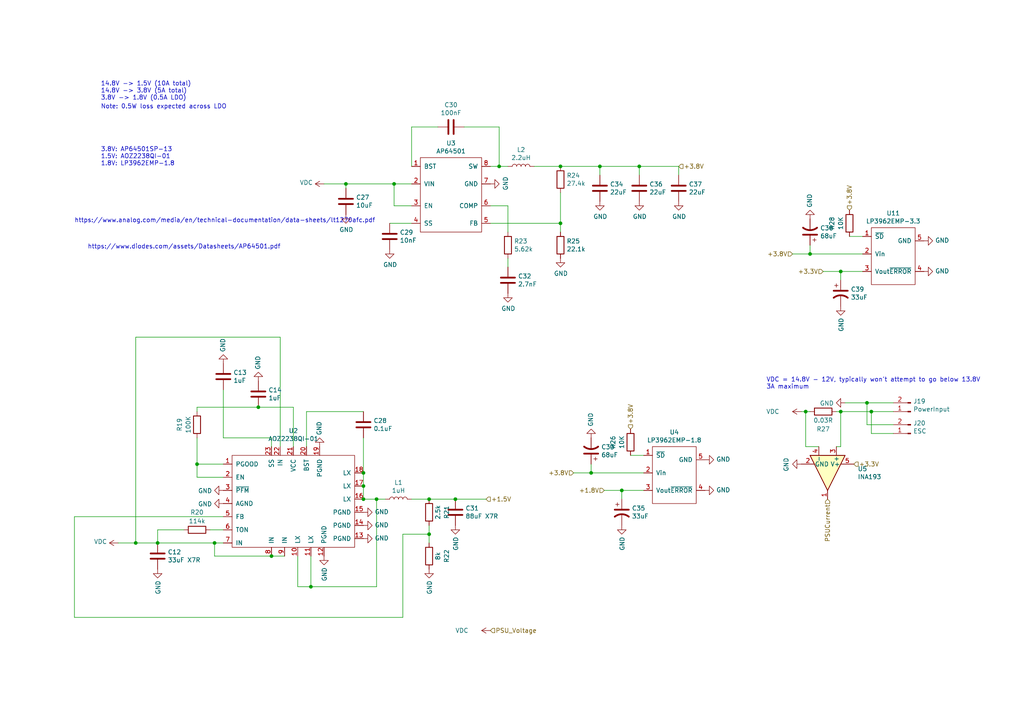
<source format=kicad_sch>
(kicad_sch (version 20230121) (generator eeschema)
  (paper "A4")
  (lib_symbols
    (symbol "Amplifier_Current:INA193" (pin_names (offset 0.127))
      (property "Reference" "U" (at 3.81 3.81 0))
      (property "Value" "INA193" (at 3.81 -3.81 0))
      (symbol "INA193_0_1"
        (polyline (pts (xy 5.08 0) (xy -5.08 5.08) (xy -5.08 -5.08) (xy 5.08 0)) (stroke (width 0.254)) (fill (type background)))
      )
      (symbol "INA193_1_1"
        (pin output line (at 7.62 0 180) (length 2.54) (name "~") (number "1"))
        (pin power_in line (at -2.54 -7.62 90) (length 3.81) (name "GND") (number "2"))
        (pin input line (at -7.62 2.54 0) (length 2.54) (name "+") (number "3"))
        (pin input line (at -7.62 -2.54 0) (length 2.54) (name "-") (number "4"))
        (pin power_in line (at -2.54 7.62 270) (length 3.81) (name "V+") (number "5"))
      )
    )
    (symbol "AttitudeMotorController-rescue:AOZ2238QI-01-aoz2238qi-01" (pin_names (offset 1.016))
      (property "Reference" "U" (at 0 -7.62 0))
      (property "Value" "AOZ2238QI-01-aoz2238qi-01" (at 1.27 0 0))
      (symbol "AOZ2238QI-01-aoz2238qi-01_0_1"
        (rectangle (start -17.78 -12.7) (end 17.78 13.97))
      )
      (symbol "AOZ2238QI-01-aoz2238qi-01_1_1"
        (pin output line (at -20.32 11.43 0) (length 2.54) (name "PGOOD") (number "1"))
        (pin power_out line (at 1.27 -15.24 90) (length 2.54) (name "LX") (number "10"))
        (pin power_out line (at 5.08 -15.24 90) (length 2.54) (name "LX") (number "11"))
        (pin power_in line (at 8.89 -15.24 90) (length 2.54) (name "PGND") (number "12"))
        (pin power_in line (at 20.32 -10.16 180) (length 2.54) (name "PGND") (number "13"))
        (pin power_in line (at 20.32 -6.35 180) (length 2.54) (name "PGND") (number "14"))
        (pin power_in line (at 20.32 -2.54 180) (length 2.54) (name "PGND") (number "15"))
        (pin power_out line (at 20.32 1.27 180) (length 2.54) (name "LX") (number "16"))
        (pin power_out line (at 20.32 5.08 180) (length 2.54) (name "LX") (number "17"))
        (pin power_out line (at 20.32 8.89 180) (length 2.54) (name "LX") (number "18"))
        (pin power_in line (at 7.62 16.51 270) (length 2.54) (name "PGND") (number "19"))
        (pin input line (at -20.32 7.62 0) (length 2.54) (name "EN") (number "2"))
        (pin bidirectional line (at 3.81 16.51 270) (length 2.54) (name "BST") (number "20"))
        (pin power_in line (at 0 16.51 270) (length 2.54) (name "VCC") (number "21"))
        (pin power_in line (at -3.81 16.51 270) (length 2.54) (name "IN") (number "22"))
        (pin input line (at -6.35 16.51 270) (length 2.54) (name "SS") (number "23"))
        (pin input line (at -20.32 3.81 0) (length 2.54) (name "~{PFM}") (number "3"))
        (pin power_out line (at -20.32 0 0) (length 2.54) (name "AGND") (number "4"))
        (pin input line (at -20.32 -3.81 0) (length 2.54) (name "FB") (number "5"))
        (pin input line (at -20.32 -7.62 0) (length 2.54) (name "TON") (number "6"))
        (pin power_in line (at -20.32 -11.43 0) (length 2.54) (name "IN") (number "7"))
        (pin power_in line (at -6.35 -15.24 90) (length 2.54) (name "IN") (number "8"))
        (pin power_in line (at -2.54 -15.24 90) (length 2.54) (name "IN") (number "9"))
      )
    )
    (symbol "AttitudeMotorController-rescue:AP64501-ap64501" (pin_names (offset 1.016))
      (property "Reference" "U" (at 0 -1.27 0))
      (property "Value" "AP64501-ap64501" (at 0 1.27 0))
      (symbol "AP64501-ap64501_0_1"
        (rectangle (start -8.89 -10.16) (end 8.89 11.43))
      )
      (symbol "AP64501-ap64501_1_1"
        (pin input line (at -11.43 8.89 0) (length 2.54) (name "BST") (number "1"))
        (pin power_in line (at -11.43 3.81 0) (length 2.54) (name "VIN") (number "2"))
        (pin input line (at -11.43 -2.54 0) (length 2.54) (name "EN") (number "3"))
        (pin input line (at -11.43 -7.62 0) (length 2.54) (name "SS") (number "4"))
        (pin input line (at 11.43 -7.62 180) (length 2.54) (name "FB") (number "5"))
        (pin input line (at 11.43 -2.54 180) (length 2.54) (name "COMP") (number "6"))
        (pin input line (at 11.43 3.81 180) (length 2.54) (name "GND") (number "7"))
        (pin input line (at 11.43 8.89 180) (length 2.54) (name "SW") (number "8"))
      )
    )
    (symbol "AttitudeMotorController-rescue:LP3962-lp3962" (pin_names (offset 1.016))
      (property "Reference" "U" (at 0 -1.27 0))
      (property "Value" "LP3962-lp3962" (at 0 1.27 0))
      (symbol "LP3962-lp3962_0_1"
        (rectangle (start -6.35 -8.89) (end 6.35 7.62))
      )
      (symbol "LP3962-lp3962_1_1"
        (pin input line (at -8.89 5.08 0) (length 2.54) (name "~{SD}") (number "1"))
        (pin power_in line (at -8.89 0 0) (length 2.54) (name "Vin") (number "2"))
        (pin power_out line (at -8.89 -5.08 0) (length 2.54) (name "Vout") (number "3"))
        (pin input line (at 8.89 -5.08 180) (length 2.54) (name "~{ERROR}") (number "4"))
        (pin power_in line (at 8.89 3.81 180) (length 2.54) (name "GND") (number "5"))
      )
    )
    (symbol "Connector:Conn_01x02_Male" (pin_names (offset 1.016) hide)
      (property "Reference" "J" (at 0 2.54 0))
      (property "Value" "Connector_Conn_01x02_Male" (at 0 -5.08 0))
      (symbol "Conn_01x02_Male_1_1"
        (polyline (pts (xy 1.27 -2.54) (xy 0.8636 -2.54)) (stroke (width 0.1524)))
        (polyline (pts (xy 1.27 0) (xy 0.8636 0)) (stroke (width 0.1524)))
        (rectangle (start 0.8636 -2.413) (end 0 -2.667) (stroke (width 0.1524)) (fill (type outline)))
        (rectangle (start 0.8636 0.127) (end 0 -0.127) (stroke (width 0.1524)) (fill (type outline)))
        (pin passive line (at 5.08 0 180) (length 3.81) (name "Pin_1") (number "1"))
        (pin passive line (at 5.08 -2.54 180) (length 3.81) (name "Pin_2") (number "2"))
      )
    )
    (symbol "Device:C" (pin_numbers hide) (pin_names (offset 0.254))
      (property "Reference" "C" (at 0.635 2.54 0))
      (property "Value" "C" (at 0.635 -2.54 0))
      (symbol "C_0_1"
        (polyline (pts (xy -2.032 -0.762) (xy 2.032 -0.762)) (stroke (width 0.508)))
        (polyline (pts (xy -2.032 0.762) (xy 2.032 0.762)) (stroke (width 0.508)))
      )
      (symbol "C_1_1"
        (pin passive line (at 0 3.81 270) (length 2.794) (name "~") (number "1"))
        (pin passive line (at 0 -3.81 90) (length 2.794) (name "~") (number "2"))
      )
    )
    (symbol "Device:CP1" (pin_numbers hide) (pin_names (offset 0.254) hide)
      (property "Reference" "C" (at 0.635 2.54 0))
      (property "Value" "Device_CP1" (at 0.635 -2.54 0))
      (symbol "CP1_0_1"
        (polyline (pts (xy -2.032 0.762) (xy 2.032 0.762)) (stroke (width 0.508)))
        (polyline (pts (xy -1.778 2.286) (xy -0.762 2.286)))
        (polyline (pts (xy -1.27 1.778) (xy -1.27 2.794)))
        (arc (start 2.032 -1.27) (mid 0 -0.5572) (end -2.032 -1.27) (stroke (width 0.508)))
      )
      (symbol "CP1_1_1"
        (pin passive line (at 0 3.81 270) (length 2.794) (name "~") (number "1"))
        (pin passive line (at 0 -3.81 90) (length 3.302) (name "~") (number "2"))
      )
    )
    (symbol "Device:L" (pin_numbers hide) (pin_names (offset 1.016) hide)
      (property "Reference" "L" (at -1.27 0 90))
      (property "Value" "L" (at 1.905 0 90))
      (symbol "L_0_1"
        (arc (start 0 -2.54) (mid 0.6323 -1.905) (end 0 -1.27))
        (arc (start 0 -1.27) (mid 0.6323 -0.635) (end 0 0))
        (arc (start 0 0) (mid 0.6323 0.635) (end 0 1.27))
        (arc (start 0 1.27) (mid 0.6323 1.905) (end 0 2.54))
      )
      (symbol "L_1_1"
        (pin passive line (at 0 3.81 270) (length 1.27) (name "1") (number "1"))
        (pin passive line (at 0 -3.81 90) (length 1.27) (name "2") (number "2"))
      )
    )
    (symbol "Device:R" (pin_numbers hide) (pin_names (offset 0))
      (property "Reference" "R" (at 2.032 0 90))
      (property "Value" "R" (at 0 0 90))
      (symbol "R_0_1"
        (rectangle (start -1.016 -2.54) (end 1.016 2.54) (stroke (width 0.254)))
      )
      (symbol "R_1_1"
        (pin passive line (at 0 3.81 270) (length 1.27) (name "~") (number "1"))
        (pin passive line (at 0 -3.81 90) (length 1.27) (name "~") (number "2"))
      )
    )
    (symbol "power:GND" (power) (pin_names (offset 0))
      (property "Value" "GND" (at 0 -3.81 0))
      (symbol "GND_0_1"
        (polyline (pts (xy 0 0) (xy 0 -1.27) (xy 1.27 -1.27) (xy 0 -2.54) (xy -1.27 -1.27) (xy 0 -1.27)))
      )
      (symbol "GND_1_1"
        (pin power_in line (at 0 0 270) (length 0) hide (name "GND") (number "1"))
      )
    )
    (symbol "power:VDC" (power) (pin_names (offset 0))
      (property "Value" "VDC" (at 0 6.35 0))
      (symbol "VDC_0_1"
        (polyline (pts (xy -0.762 1.27) (xy 0 2.54)))
        (polyline (pts (xy 0 0) (xy 0 2.54)))
        (polyline (pts (xy 0 2.54) (xy 0.762 1.27)))
      )
      (symbol "VDC_1_1"
        (pin power_in line (at 0 0 90) (length 0) hide (name "VDC") (number "1"))
      )
    )
  )
  (junction (at 78.74 161.29))
  (junction (at 124.46 154.94))
  (junction (at 233.68 119.38))
  (junction (at 62.23 157.48))
  (junction (at 105.41 144.78))
  (junction (at 162.56 64.77))
  (junction (at 39.37 157.48))
  (junction (at 90.17 170.18))
  (junction (at 105.41 140.97))
  (junction (at 132.08 144.78))
  (junction (at 109.22 144.78))
  (junction (at 124.46 144.78))
  (junction (at 114.3 53.34))
  (junction (at 180.34 142.24))
  (junction (at 243.84 119.38))
  (junction (at 74.93 118.11))
  (junction (at 105.41 137.16))
  (junction (at 45.72 157.48))
  (junction (at 57.15 134.62))
  (junction (at 171.45 137.16))
  (junction (at 252.73 119.38))
  (junction (at 185.42 48.26))
  (junction (at 173.99 48.26))
  (junction (at 162.56 48.26))
  (junction (at 100.33 53.34))
  (junction (at 144.78 48.26))
  (junction (at 251.46 116.84))
  (junction (at 243.84 78.74))
  (junction (at 234.95 73.66))
  (wire (pts (xy 34.29 157.48) (xy 39.37 157.48)))
  (wire (pts (xy 114.3 59.69) (xy 114.3 53.34)))
  (wire (pts (xy 85.09 118.11) (xy 74.93 118.11)))
  (wire (pts (xy 147.32 67.31) (xy 147.32 59.69)))
  (wire (pts (xy 109.22 144.78) (xy 111.76 144.78)))
  (wire (pts (xy 166.37 137.16) (xy 171.45 137.16)))
  (wire (pts (xy 105.41 127) (xy 105.41 137.16)))
  (wire (pts (xy 105.41 140.97) (xy 105.41 144.78)))
  (wire (pts (xy 144.78 48.26) (xy 147.32 48.26)))
  (wire (pts (xy 74.93 118.11) (xy 57.15 118.11)))
  (wire (pts (xy 57.15 127) (xy 57.15 134.62)))
  (wire (pts (xy 39.37 157.48) (xy 45.72 157.48)))
  (wire (pts (xy 238.76 78.74) (xy 243.84 78.74)))
  (wire (pts (xy 57.15 138.43) (xy 57.15 134.62)))
  (wire (pts (xy 243.84 119.38) (xy 252.73 119.38)))
  (wire (pts (xy 90.17 161.29) (xy 90.17 170.18)))
  (wire (pts (xy 196.85 48.26) (xy 196.85 50.8)))
  (wire (pts (xy 114.3 53.34) (xy 100.33 53.34)))
  (wire (pts (xy 88.9 129.54) (xy 88.9 119.38)))
  (wire (pts (xy 162.56 64.77) (xy 162.56 55.88)))
  (wire (pts (xy 64.77 138.43) (xy 57.15 138.43)))
  (wire (pts (xy 93.98 53.34) (xy 100.33 53.34)))
  (wire (pts (xy 88.9 119.38) (xy 105.41 119.38)))
  (wire (pts (xy 154.94 48.26) (xy 162.56 48.26)))
  (wire (pts (xy 185.42 48.26) (xy 185.42 50.8)))
  (wire (pts (xy 119.38 53.34) (xy 114.3 53.34)))
  (wire (pts (xy 185.42 48.26) (xy 196.85 48.26)))
  (wire (pts (xy 147.32 74.93) (xy 147.32 77.47)))
  (wire (pts (xy 64.77 127) (xy 64.77 113.03)))
  (wire (pts (xy 53.34 153.67) (xy 45.72 153.67)))
  (wire (pts (xy 234.95 73.66) (xy 250.19 73.66)))
  (wire (pts (xy 119.38 59.69) (xy 114.3 59.69)))
  (wire (pts (xy 173.99 48.26) (xy 173.99 50.8)))
  (wire (pts (xy 45.72 153.67) (xy 45.72 157.48)))
  (wire (pts (xy 144.78 36.83) (xy 144.78 48.26)))
  (wire (pts (xy 171.45 137.16) (xy 186.69 137.16)))
  (wire (pts (xy 132.08 144.78) (xy 124.46 144.78)))
  (wire (pts (xy 232.41 119.38) (xy 233.68 119.38)))
  (wire (pts (xy 105.41 137.16) (xy 105.41 140.97)))
  (wire (pts (xy 243.84 78.74) (xy 250.19 78.74)))
  (wire (pts (xy 251.46 123.19) (xy 251.46 116.84)))
  (wire (pts (xy 233.68 119.38) (xy 233.68 129.54)))
  (wire (pts (xy 180.34 144.78) (xy 180.34 142.24)))
  (wire (pts (xy 105.41 144.78) (xy 109.22 144.78)))
  (wire (pts (xy 243.84 129.54) (xy 242.57 129.54)))
  (wire (pts (xy 252.73 125.73) (xy 252.73 119.38)))
  (wire (pts (xy 21.59 149.86) (xy 64.77 149.86)))
  (wire (pts (xy 78.74 161.29) (xy 62.23 161.29)))
  (wire (pts (xy 243.84 119.38) (xy 242.57 119.38)))
  (wire (pts (xy 86.36 170.18) (xy 90.17 170.18)))
  (wire (pts (xy 21.59 179.07) (xy 21.59 149.86)))
  (wire (pts (xy 62.23 157.48) (xy 64.77 157.48)))
  (wire (pts (xy 45.72 157.48) (xy 62.23 157.48)))
  (wire (pts (xy 116.84 179.07) (xy 21.59 179.07)))
  (wire (pts (xy 173.99 48.26) (xy 185.42 48.26)))
  (wire (pts (xy 162.56 64.77) (xy 162.56 67.31)))
  (wire (pts (xy 119.38 64.77) (xy 113.03 64.77)))
  (wire (pts (xy 259.08 125.73) (xy 252.73 125.73)))
  (wire (pts (xy 246.38 68.58) (xy 250.19 68.58)))
  (wire (pts (xy 134.62 36.83) (xy 144.78 36.83)))
  (wire (pts (xy 116.84 154.94) (xy 116.84 179.07)))
  (wire (pts (xy 124.46 154.94) (xy 124.46 157.48)))
  (wire (pts (xy 60.96 153.67) (xy 64.77 153.67)))
  (wire (pts (xy 100.33 53.34) (xy 100.33 54.61)))
  (wire (pts (xy 81.28 129.54) (xy 81.28 97.79)))
  (wire (pts (xy 233.68 129.54) (xy 237.49 129.54)))
  (wire (pts (xy 162.56 48.26) (xy 173.99 48.26)))
  (wire (pts (xy 109.22 170.18) (xy 109.22 144.78)))
  (wire (pts (xy 124.46 152.4) (xy 124.46 154.94)))
  (wire (pts (xy 85.09 129.54) (xy 85.09 118.11)))
  (wire (pts (xy 171.45 134.62) (xy 171.45 137.16)))
  (wire (pts (xy 119.38 36.83) (xy 127 36.83)))
  (wire (pts (xy 57.15 118.11) (xy 57.15 119.38)))
  (wire (pts (xy 119.38 48.26) (xy 119.38 36.83)))
  (wire (pts (xy 39.37 97.79) (xy 39.37 157.48)))
  (wire (pts (xy 243.84 81.28) (xy 243.84 78.74)))
  (wire (pts (xy 175.26 142.24) (xy 180.34 142.24)))
  (wire (pts (xy 82.55 161.29) (xy 78.74 161.29)))
  (wire (pts (xy 78.74 127) (xy 64.77 127)))
  (wire (pts (xy 78.74 129.54) (xy 78.74 127)))
  (wire (pts (xy 182.88 132.08) (xy 186.69 132.08)))
  (wire (pts (xy 252.73 119.38) (xy 259.08 119.38)))
  (wire (pts (xy 90.17 170.18) (xy 109.22 170.18)))
  (wire (pts (xy 180.34 142.24) (xy 186.69 142.24)))
  (wire (pts (xy 81.28 97.79) (xy 39.37 97.79)))
  (wire (pts (xy 245.11 116.84) (xy 251.46 116.84)))
  (wire (pts (xy 86.36 161.29) (xy 86.36 170.18)))
  (wire (pts (xy 144.78 48.26) (xy 142.24 48.26)))
  (wire (pts (xy 259.08 123.19) (xy 251.46 123.19)))
  (wire (pts (xy 142.24 64.77) (xy 162.56 64.77)))
  (wire (pts (xy 62.23 161.29) (xy 62.23 157.48)))
  (wire (pts (xy 251.46 116.84) (xy 259.08 116.84)))
  (wire (pts (xy 243.84 119.38) (xy 243.84 129.54)))
  (wire (pts (xy 124.46 154.94) (xy 116.84 154.94)))
  (wire (pts (xy 234.95 71.12) (xy 234.95 73.66)))
  (wire (pts (xy 147.32 59.69) (xy 142.24 59.69)))
  (wire (pts (xy 132.08 144.78) (xy 140.97 144.78)))
  (wire (pts (xy 229.87 73.66) (xy 234.95 73.66)))
  (wire (pts (xy 57.15 134.62) (xy 64.77 134.62)))
  (wire (pts (xy 119.38 144.78) (xy 124.46 144.78)))
  (wire (pts (xy 233.68 119.38) (xy 234.95 119.38)))
  (text "https://www.diodes.com/assets/Datasheets/AP64501.pdf" (at 25.4 72.39 0) (effects (font (size 1.27 1.27)) (justify left bottom)))
  (text "3.8V: AP64501SP-13\n1.5V: AOZ2238QI-01\n1.8V: LP3962EMP-1.8" (at 29.21 48.26 0) (effects (font (size 1.27 1.27)) (justify left bottom)))
  (text "https://www.analog.com/media/en/technical-documentation/data-sheets/lt1270afc.pdf" (at 21.59 64.77 0) (effects (font (size 1.27 1.27)) (justify left bottom)))
  (text "14.8V -> 1.5V (10A total)\n14.8V -> 3.8V (5A total)\n3.8V -> 1.8V (0.5A LDO)" (at 29.21 29.21 0) (effects (font (size 1.27 1.27)) (justify left bottom)))
  (text "Note: +3.8V will be LDO'ed to 3.3V by each external component." (at 69.85 -3.81 0) (effects (font (size 1.27 1.27)) (justify left bottom)))
  (text "Note LEDs are powered directly from the battery. (Is this a bad idea???)" (at 69.85 -1.27 0) (effects (font (size 1.27 1.27)) (justify left bottom)))
  (text "+1.8V for IC + sensors = max 400mA output\n+5V for emergency buoyancy and Motor PWM = max 2A output\n+1.5V (ADJUSTABLE) for electrolysis buoyancy = max 10A output" (at 69.85 -8.89 0) (effects (font (size 1.27 1.27)) (justify left bottom)))
  (text "+3.8V for LTE (2A) and WIFI (309mA max), GPS (30mA) and SD Card (60mA) + camera (unknown)= 2.4A +0.5A camera buffer" (at 69.85 -6.35 0) (effects (font (size 1.27 1.27)) (justify left bottom)))
  (text "Note: 0.5W loss expected across LDO" (at 29.21 31.75 0) (effects (font (size 1.27 1.27)) (justify left bottom)))
  (text "Can get upto 5V -4A from ESC" (at 30.48 -11.43 0) (effects (font (size 1.27 1.27)) (justify left bottom)))
  (text "VDC = 14.8V - 12V, typically won't attempt to go below 13.8V\n3A maximum" (at 222.25 113.03 0) (effects (font (size 1.27 1.27)) (justify left bottom)))
  (hierarchical_label "+3.8V" (shape input) (at 166.37 137.16 180))
  (hierarchical_label "+3.3V" (shape input) (at 238.76 78.74 180))
  (hierarchical_label "PSUCurrent" (shape input) (at 240.03 144.78 270))
  (hierarchical_label "+1.5V" (shape input) (at 140.97 144.78 0))
  (hierarchical_label "+1.8V" (shape input) (at 175.26 142.24 180))
  (hierarchical_label "PSU_Voltage" (shape input) (at 142.24 182.88 0))
  (hierarchical_label "+3.8V" (shape input) (at 196.85 48.26 0))
  (hierarchical_label "+3.8V" (shape input) (at 229.87 73.66 180))
  (hierarchical_label "+3.8V" (shape input) (at 182.88 124.46 90))
  (hierarchical_label "+3.3V" (shape input) (at 247.65 134.62 0))
  (hierarchical_label "+3.8V" (shape input) (at 246.38 60.96 90))
  (symbol (lib_id "Connector:Conn_01x02_Male") (at 264.16 119.38 180) (unit 1)
    (property "Reference" "J19" (at 264.8712 116.3828 0) (effects (justify right)))
    (property "Value" "PowerInput" (at 264.8712 118.6942 0) (effects (justify right)))
    (property "Footprint" "Connector_Phoenix_MSTB:PhoenixContact_MSTBA_2,5_2-G_1x02_P5.00mm_Horizontal" (effects hide))
  )
  (symbol (lib_id "power:GND") (at 245.11 116.84 270) (unit 1)
    (property "Reference" "#PWR0168" (effects hide))
    (property "Value" "GND" (at 241.8588 116.967 90) (effects (justify right)))
  )
  (symbol (lib_id "power:VDC") (at 232.41 119.38 90) (unit 1)
    (property "Reference" "#PWR0169" (effects hide))
    (property "Value" "VDC" (at 226.06 119.38 90) (effects (justify left)))
  )
  (symbol (lib_id "Amplifier_Current:INA193") (at 240.03 137.16 270) (unit 1)
    (property "Reference" "U5" (at 248.7676 135.9916 90) (effects (justify left)))
    (property "Value" "INA193" (at 248.7676 138.303 90) (effects (justify left)))
    (property "Footprint" "Package_TO_SOT_SMD:SOT-23-5" (effects hide))
    (property "Datasheet" "http://www.ti.com/lit/ds/symlink/ina193.pdf" (effects hide))
  )
  (symbol (lib_id "Device:R") (at 238.76 119.38 270) (unit 1)
    (property "Reference" "R27" (at 238.76 124.46 90))
    (property "Value" "0.03R" (at 238.76 121.92 90))
    (property "Footprint" "Resistor_SMD:R_0603_1608Metric_Pad0.98x0.95mm_HandSolder" (effects hide))
  )
  (symbol (lib_id "power:GND") (at 232.41 134.62 270) (unit 1)
    (property "Reference" "#PWR0170" (effects hide))
    (property "Value" "GND" (at 228.0158 134.747 0))
  )
  (symbol (lib_id "AttitudeMotorController-rescue:LP3962-lp3962") (at 195.58 137.16 0) (unit 1)
    (property "Reference" "U4" (at 195.58 125.349 0))
    (property "Value" "LP3962EMP-1.8" (at 195.58 127.6604 0))
    (property "Footprint" "LP3962EMP:SOT150P696X180-5N" (effects hide))
  )
  (symbol (lib_id "AttitudeMotorController-rescue:AP64501-ap64501") (at 130.81 57.15 0) (unit 1)
    (property "Reference" "U3" (at 130.81 41.529 0))
    (property "Value" "AP64501" (at 130.81 43.8404 0))
    (property "Footprint" "Package_SO:Diodes_SO-8EP" (effects hide))
  )
  (symbol (lib_id "power:GND") (at 204.47 142.24 90) (unit 1)
    (property "Reference" "#PWR0171" (effects hide))
    (property "Value" "GND" (at 207.7212 142.113 90) (effects (justify right)))
  )
  (symbol (lib_id "power:GND") (at 204.47 133.35 90) (unit 1)
    (property "Reference" "#PWR0172" (effects hide))
    (property "Value" "GND" (at 207.7212 133.223 90) (effects (justify right)))
  )
  (symbol (lib_id "Connector:Conn_01x02_Male") (at 264.16 125.73 180) (unit 1)
    (property "Reference" "J20" (at 264.8712 122.7328 0) (effects (justify right)))
    (property "Value" "ESC" (at 264.8712 125.0442 0) (effects (justify right)))
    (property "Footprint" "Connector_Phoenix_MSTB:PhoenixContact_MSTBA_2,5_2-G_1x02_P5.00mm_Horizontal" (effects hide))
  )
  (symbol (lib_id "Device:C") (at 185.42 54.61 180) (unit 1)
    (property "Reference" "C36" (at 188.341 53.4416 0) (effects (justify right)))
    (property "Value" "22uF" (at 188.341 55.753 0) (effects (justify right)))
    (property "Footprint" "Capacitor_SMD:C_1210_3225Metric_Pad1.33x2.70mm_HandSolder" (effects hide))
  )
  (symbol (lib_id "Device:C") (at 196.85 54.61 180) (unit 1)
    (property "Reference" "C37" (at 199.771 53.4416 0) (effects (justify right)))
    (property "Value" "22uF" (at 199.771 55.753 0) (effects (justify right)))
    (property "Footprint" "Capacitor_SMD:C_1210_3225Metric_Pad1.33x2.70mm_HandSolder" (effects hide))
  )
  (symbol (lib_id "power:GND") (at 185.42 58.42 0) (unit 1)
    (property "Reference" "#PWR0182" (effects hide))
    (property "Value" "GND" (at 185.547 62.8142 0))
  )
  (symbol (lib_id "power:GND") (at 196.85 58.42 0) (unit 1)
    (property "Reference" "#PWR0183" (effects hide))
    (property "Value" "GND" (at 196.977 62.8142 0))
  )
  (symbol (lib_id "Device:CP1") (at 171.45 130.81 180) (unit 1)
    (property "Reference" "C33" (at 174.371 129.6416 0) (effects (justify right)))
    (property "Value" "68uF" (at 174.371 131.953 0) (effects (justify right)))
    (property "Footprint" "Capacitor_SMD:C_1206_3216Metric_Pad1.33x1.80mm_HandSolder" (effects hide))
  )
  (symbol (lib_id "Device:CP1") (at 180.34 148.59 0) (unit 1)
    (property "Reference" "C35" (at 183.261 147.4216 0) (effects (justify left)))
    (property "Value" "33uF" (at 183.261 149.733 0) (effects (justify left)))
    (property "Footprint" "Capacitor_SMD:C_1210_3225Metric_Pad1.33x2.70mm_HandSolder" (effects hide))
  )
  (symbol (lib_id "Device:R") (at 182.88 128.27 180) (unit 1)
    (property "Reference" "R26" (at 177.8 128.27 90))
    (property "Value" "10K" (at 180.34 128.27 90))
    (property "Footprint" "Resistor_SMD:R_0603_1608Metric_Pad0.98x0.95mm_HandSolder" (effects hide))
  )
  (symbol (lib_id "AttitudeMotorController-rescue:AOZ2238QI-01-aoz2238qi-01") (at 85.09 146.05 0) (unit 1)
    (property "Reference" "U2" (at 85.09 124.9426 0))
    (property "Value" "AOZ2238QI-01" (at 85.09 127.254 0))
    (property "Footprint" "AOZ2238QI:AOZ2238QI-01" (effects hide))
  )
  (symbol (lib_id "power:GND") (at 171.45 127 180) (unit 1)
    (property "Reference" "#PWR0173" (effects hide))
    (property "Value" "GND" (at 171.323 123.7488 90) (effects (justify right)))
  )
  (symbol (lib_id "power:VDC") (at 34.29 157.48 90) (unit 1)
    (property "Reference" "#PWR0184" (effects hide))
    (property "Value" "VDC" (at 31.0642 157.099 90) (effects (justify left)))
  )
  (symbol (lib_id "Device:R") (at 57.15 153.67 90) (unit 1)
    (property "Reference" "R20" (at 57.15 148.59 90))
    (property "Value" "114k" (at 57.15 151.13 90))
    (property "Footprint" "Resistor_SMD:R_0603_1608Metric_Pad0.98x0.95mm_HandSolder" (effects hide))
  )
  (symbol (lib_id "Device:C") (at 45.72 161.29 0) (unit 1)
    (property "Reference" "C12" (at 48.641 160.1216 0) (effects (justify left)))
    (property "Value" "33uF X7R" (at 48.641 162.433 0) (effects (justify left)))
    (property "Footprint" "Capacitor_SMD:C_1210_3225Metric_Pad1.33x2.70mm_HandSolder" (effects hide))
  )
  (symbol (lib_id "Device:C") (at 132.08 148.59 0) (unit 1)
    (property "Reference" "C31" (at 135.001 147.4216 0) (effects (justify left)))
    (property "Value" "88uF X7R" (at 135.001 149.733 0) (effects (justify left)))
    (property "Footprint" "Capacitor_SMD:C_1210_3225Metric_Pad1.33x2.70mm_HandSolder" (effects hide))
  )
  (symbol (lib_id "power:GND") (at 180.34 152.4 0) (unit 1)
    (property "Reference" "#PWR0174" (effects hide))
    (property "Value" "GND" (at 180.467 155.6512 90) (effects (justify right)))
  )
  (symbol (lib_id "power:GND") (at 45.72 165.1 0) (unit 1)
    (property "Reference" "#PWR0185" (effects hide))
    (property "Value" "GND" (at 45.847 168.3512 90) (effects (justify right)))
  )
  (symbol (lib_id "power:GND") (at 64.77 142.24 270) (unit 1)
    (property "Reference" "#PWR0186" (effects hide))
    (property "Value" "GND" (at 61.5188 142.367 90) (effects (justify right)))
  )
  (symbol (lib_id "power:GND") (at 64.77 146.05 270) (unit 1)
    (property "Reference" "#PWR0187" (effects hide))
    (property "Value" "GND" (at 61.5188 146.177 90) (effects (justify right)))
  )
  (symbol (lib_id "power:GND") (at 105.41 156.21 90) (unit 1)
    (property "Reference" "#PWR0188" (effects hide))
    (property "Value" "GND" (at 108.6612 156.083 90) (effects (justify right)))
  )
  (symbol (lib_id "power:GND") (at 105.41 152.4 90) (unit 1)
    (property "Reference" "#PWR0189" (effects hide))
    (property "Value" "GND" (at 108.6612 152.273 90) (effects (justify right)))
  )
  (symbol (lib_id "power:GND") (at 105.41 148.59 90) (unit 1)
    (property "Reference" "#PWR0190" (effects hide))
    (property "Value" "GND" (at 108.6612 148.463 90) (effects (justify right)))
  )
  (symbol (lib_id "power:GND") (at 93.98 161.29 0) (unit 1)
    (property "Reference" "#PWR0191" (effects hide))
    (property "Value" "GND" (at 94.107 164.5412 90) (effects (justify right)))
  )
  (symbol (lib_id "power:GND") (at 92.71 129.54 180) (unit 1)
    (property "Reference" "#PWR0192" (effects hide))
    (property "Value" "GND" (at 92.583 126.2888 90) (effects (justify right)))
  )
  (symbol (lib_id "power:GND") (at 132.08 152.4 0) (unit 1)
    (property "Reference" "#PWR0193" (effects hide))
    (property "Value" "GND" (at 132.207 155.6512 90) (effects (justify right)))
  )
  (symbol (lib_id "Device:C") (at 74.93 114.3 180) (unit 1)
    (property "Reference" "C14" (at 77.851 113.1316 0) (effects (justify right)))
    (property "Value" "1uF" (at 77.851 115.443 0) (effects (justify right)))
    (property "Footprint" "Capacitor_SMD:C_0603_1608Metric_Pad1.08x0.95mm_HandSolder" (effects hide))
  )
  (symbol (lib_id "Device:R") (at 57.15 123.19 180) (unit 1)
    (property "Reference" "R19" (at 52.07 123.19 90))
    (property "Value" "100K" (at 54.61 123.19 90))
    (property "Footprint" "Resistor_SMD:R_0603_1608Metric_Pad0.98x0.95mm_HandSolder" (effects hide))
  )
  (symbol (lib_id "power:GND") (at 74.93 110.49 180) (unit 1)
    (property "Reference" "#PWR0194" (effects hide))
    (property "Value" "GND" (at 74.803 107.2388 90) (effects (justify right)))
  )
  (symbol (lib_id "Device:C") (at 64.77 109.22 180) (unit 1)
    (property "Reference" "C13" (at 67.691 108.0516 0) (effects (justify right)))
    (property "Value" "1uF" (at 67.691 110.363 0) (effects (justify right)))
    (property "Footprint" "Capacitor_SMD:C_0603_1608Metric_Pad1.08x0.95mm_HandSolder" (effects hide))
  )
  (symbol (lib_id "power:GND") (at 64.77 105.41 180) (unit 1)
    (property "Reference" "#PWR0195" (effects hide))
    (property "Value" "GND" (at 64.643 102.1588 90) (effects (justify right)))
  )
  (symbol (lib_id "Device:L") (at 115.57 144.78 90) (unit 1)
    (property "Reference" "L1" (at 115.57 139.954 90))
    (property "Value" "1uH" (at 115.57 142.2654 90))
    (property "Footprint" "Inductor_SMD:L_Wuerth_HCI-7050" (effects hide))
  )
  (symbol (lib_id "Device:C") (at 130.81 36.83 270) (unit 1)
    (property "Reference" "C30" (at 130.81 30.4292 90))
    (property "Value" "100nF" (at 130.81 32.7406 90))
    (property "Footprint" "Capacitor_SMD:C_0603_1608Metric_Pad1.08x0.95mm_HandSolder" (effects hide))
  )
  (symbol (lib_id "Device:L") (at 151.13 48.26 90) (unit 1)
    (property "Reference" "L2" (at 151.13 43.434 90))
    (property "Value" "2.2uH" (at 151.13 45.7454 90))
    (property "Footprint" "Inductor_SMD:L_Wuerth_HCI-7050" (effects hide))
  )
  (symbol (lib_id "Device:C") (at 100.33 58.42 180) (unit 1)
    (property "Reference" "C27" (at 103.251 57.2516 0) (effects (justify right)))
    (property "Value" "10uF" (at 103.251 59.563 0) (effects (justify right)))
    (property "Footprint" "Capacitor_SMD:C_0603_1608Metric_Pad1.08x0.95mm_HandSolder" (effects hide))
  )
  (symbol (lib_id "power:GND") (at 100.33 62.23 0) (unit 1)
    (property "Reference" "#PWR0175" (effects hide))
    (property "Value" "GND" (at 100.457 66.6242 0))
  )
  (symbol (lib_id "Device:C") (at 105.41 123.19 180) (unit 1)
    (property "Reference" "C28" (at 108.331 122.0216 0) (effects (justify right)))
    (property "Value" "0.1uF" (at 108.331 124.333 0) (effects (justify right)))
    (property "Footprint" "Capacitor_SMD:C_0603_1608Metric_Pad1.08x0.95mm_HandSolder" (effects hide))
  )
  (symbol (lib_id "Device:C") (at 113.03 68.58 180) (unit 1)
    (property "Reference" "C29" (at 115.951 67.4116 0) (effects (justify right)))
    (property "Value" "10nF" (at 115.951 69.723 0) (effects (justify right)))
    (property "Footprint" "Capacitor_SMD:C_0603_1608Metric_Pad1.08x0.95mm_HandSolder" (effects hide))
  )
  (symbol (lib_id "power:GND") (at 113.03 72.39 0) (unit 1)
    (property "Reference" "#PWR0176" (effects hide))
    (property "Value" "GND" (at 113.157 76.7842 0))
  )
  (symbol (lib_id "AttitudeMotorController-rescue:LP3962-lp3962") (at 259.08 73.66 0) (unit 1)
    (property "Reference" "U11" (at 259.08 61.849 0))
    (property "Value" "LP3962EMP-3.3" (at 259.08 64.1604 0))
    (property "Footprint" "LP3962EMP:SOT150P696X180-5N" (effects hide))
  )
  (symbol (lib_id "power:GND") (at 267.97 78.74 90) (unit 1)
    (property "Reference" "#PWR0197" (effects hide))
    (property "Value" "GND" (at 271.2212 78.613 90) (effects (justify right)))
  )
  (symbol (lib_id "power:GND") (at 267.97 69.85 90) (unit 1)
    (property "Reference" "#PWR0198" (effects hide))
    (property "Value" "GND" (at 271.2212 69.723 90) (effects (justify right)))
  )
  (symbol (lib_id "Device:CP1") (at 234.95 67.31 180) (unit 1)
    (property "Reference" "C38" (at 237.871 66.1416 0) (effects (justify right)))
    (property "Value" "68uF" (at 237.871 68.453 0) (effects (justify right)))
    (property "Footprint" "Capacitor_SMD:C_1206_3216Metric_Pad1.33x1.80mm_HandSolder" (effects hide))
  )
  (symbol (lib_id "Device:CP1") (at 243.84 85.09 0) (unit 1)
    (property "Reference" "C39" (at 246.761 83.9216 0) (effects (justify left)))
    (property "Value" "33uF" (at 246.761 86.233 0) (effects (justify left)))
    (property "Footprint" "Capacitor_SMD:C_1210_3225Metric_Pad1.33x2.70mm_HandSolder" (effects hide))
  )
  (symbol (lib_id "Device:R") (at 246.38 64.77 180) (unit 1)
    (property "Reference" "R28" (at 241.3 64.77 90))
    (property "Value" "10K" (at 243.84 64.77 90))
    (property "Footprint" "Resistor_SMD:R_0603_1608Metric_Pad0.98x0.95mm_HandSolder" (effects hide))
  )
  (symbol (lib_id "power:GND") (at 234.95 63.5 180) (unit 1)
    (property "Reference" "#PWR0199" (effects hide))
    (property "Value" "GND" (at 234.823 60.2488 90) (effects (justify right)))
  )
  (symbol (lib_id "power:GND") (at 243.84 88.9 0) (unit 1)
    (property "Reference" "#PWR0200" (effects hide))
    (property "Value" "GND" (at 243.967 92.1512 90) (effects (justify right)))
  )
  (symbol (lib_id "Device:R") (at 124.46 148.59 0) (unit 1)
    (property "Reference" "R21" (at 129.54 148.59 90))
    (property "Value" "2.5k" (at 127 148.59 90))
    (property "Footprint" "Resistor_SMD:R_0603_1608Metric_Pad0.98x0.95mm_HandSolder" (effects hide))
  )
  (symbol (lib_id "Device:R") (at 124.46 161.29 0) (unit 1)
    (property "Reference" "R22" (at 129.54 161.29 90))
    (property "Value" "8k" (at 127 161.29 90))
    (property "Footprint" "Resistor_SMD:R_0603_1608Metric_Pad0.98x0.95mm_HandSolder" (effects hide))
  )
  (symbol (lib_id "power:GND") (at 124.46 165.1 0) (unit 1)
    (property "Reference" "#PWR0196" (effects hide))
    (property "Value" "GND" (at 124.587 168.3512 90) (effects (justify right)))
  )
  (symbol (lib_id "power:VDC") (at 93.98 53.34 90) (unit 1)
    (property "Reference" "#PWR0177" (effects hide))
    (property "Value" "VDC" (at 90.7542 52.959 90) (effects (justify left)))
  )
  (symbol (lib_id "power:GND") (at 142.24 53.34 90) (unit 1)
    (property "Reference" "#PWR0178" (effects hide))
    (property "Value" "GND" (at 146.6342 53.213 0))
  )
  (symbol (lib_id "Device:R") (at 162.56 52.07 180) (unit 1)
    (property "Reference" "R24" (at 164.338 50.9016 0) (effects (justify right)))
    (property "Value" "27.4k" (at 164.338 53.213 0) (effects (justify right)))
    (property "Footprint" "Resistor_SMD:R_0603_1608Metric_Pad0.98x0.95mm_HandSolder" (effects hide))
  )
  (symbol (lib_id "Device:R") (at 162.56 71.12 180) (unit 1)
    (property "Reference" "R25" (at 164.338 69.9516 0) (effects (justify right)))
    (property "Value" "22.1k" (at 164.338 72.263 0) (effects (justify right)))
    (property "Footprint" "Resistor_SMD:R_0603_1608Metric_Pad0.98x0.95mm_HandSolder" (effects hide))
  )
  (symbol (lib_id "power:GND") (at 162.56 74.93 0) (unit 1)
    (property "Reference" "#PWR0179" (effects hide))
    (property "Value" "GND" (at 162.687 79.3242 0))
  )
  (symbol (lib_id "Device:C") (at 173.99 54.61 180) (unit 1)
    (property "Reference" "C34" (at 176.911 53.4416 0) (effects (justify right)))
    (property "Value" "22uF" (at 176.911 55.753 0) (effects (justify right)))
    (property "Footprint" "Capacitor_SMD:C_1210_3225Metric_Pad1.33x2.70mm_HandSolder" (effects hide))
  )
  (symbol (lib_id "power:GND") (at 173.99 58.42 0) (unit 1)
    (property "Reference" "#PWR0180" (effects hide))
    (property "Value" "GND" (at 174.117 62.8142 0))
  )
  (symbol (lib_id "Device:R") (at 147.32 71.12 180) (unit 1)
    (property "Reference" "R23" (at 149.098 69.9516 0) (effects (justify right)))
    (property "Value" "5.62k" (at 149.098 72.263 0) (effects (justify right)))
    (property "Footprint" "Resistor_SMD:R_0603_1608Metric_Pad0.98x0.95mm_HandSolder" (effects hide))
  )
  (symbol (lib_id "Device:C") (at 147.32 81.28 180) (unit 1)
    (property "Reference" "C32" (at 150.241 80.1116 0) (effects (justify right)))
    (property "Value" "2.7nF" (at 150.241 82.423 0) (effects (justify right)))
    (property "Footprint" "Capacitor_SMD:C_0603_1608Metric_Pad1.08x0.95mm_HandSolder" (effects hide))
  )
  (symbol (lib_id "power:GND") (at 147.32 85.09 0) (unit 1)
    (property "Reference" "#PWR0181" (effects hide))
    (property "Value" "GND" (at 147.447 89.4842 0))
  )
  (symbol (lib_id "power:VDC") (at 142.24 182.88 90) (unit 1)
    (property "Reference" "#PWR0236" (effects hide))
    (property "Value" "VDC" (at 135.89 182.88 90) (effects (justify left)))
  )
)
</source>
